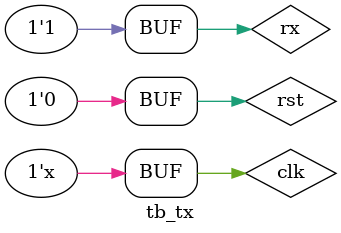
<source format=v>
`timescale 1ns / 1ps

module tb_tx();
    reg clk, rst, rx; //btn_start,
    wire tx;
    //wire w_tick, w_rx_done;
    //wire [7:0] rx_data;

    /*uart_tx U_tx (
        .clk(clk),
        .rst(rst),
        .tick(tick),
        .start_triger(start_triger),
        .data_in(data_in),
        .o_tx(o_tx)
    ); */
    /*
    send_tx_btn U_Send_tx (
        .clk(clk),
        .rst(rst),
        .btn_start(btn_start),
        .tx(tx)
    ); */
    /*
    uart_rx U_uart_rx (
        .clk(clk),  // 시스템 클럭
        .rst(rst),  // 비동기 리셋
        .tick(w_tick),
        .rx(rx),
        .rx_done(w_rx_done),
        .rx_data(rx_data)
    );
    baud_tick_gen U_Baud_TICK (
        .clk(clk),       // 시스템 클럭
        .rst(rst),       // 비동기 리셋
        .baud_tick(w_tick)  // Baud rate tick 신호 출력
    ); */

    TOP_UART U_top_uart(
        .clk(clk),
        .rst(rst),
        .rx(rx),
        .tx(tx)
    );


    always #5 clk = ~clk;

    initial begin
        clk = 0;
        rst = 1;
        rx = 1;
        #100    
        rst = 0;
        rx = 1;
        #100;
        rx = 0;
        #104160;
        rx = 1;
        #104160;
        rx = 0;
        #104160;
        rx = 1;
        #104160;
        rx = 0;
        #104160;
        rx = 1;
        #104160;
        rx = 1;
        #104160;
        rx = 0;
        #104160;
        rx = 0;
        #104160;
        rx = 1;
        #104160;


    end
endmodule

      /*
        btn_start = 1'b0;

        #20 rst = 1'b0;
        #100000;
        #100000 btn_start = 1'b1;
        #100000 btn_start = 1'b0;
        #100000 btn_start = 1'b1;
        #100000 btn_start = 1'b0;
        
    end
endmodule */

</source>
